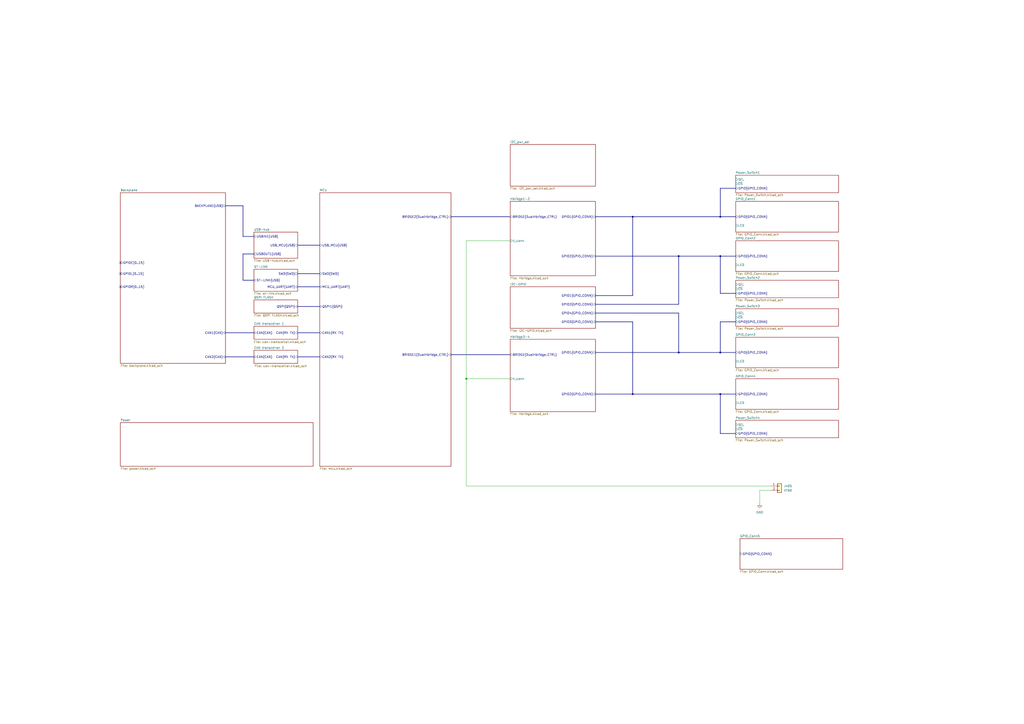
<source format=kicad_sch>
(kicad_sch (version 20250114) (generator "eeschema") (generator_version "9.0")
  (paper "A2")
  (title_block (title "ModuCard BM STM32H562VGT6") (date "2025-04-18") (rev "1.1.1") (company "KoNaR") (comment 1 "Base project authors: Dominik Pluta, Artem Horiunov") (comment 2 "Project author: <author>"))
  (lib_symbols
    (symbol "Connector_Generic:Conn_01x02" (pin_names (offset 1.016) (hide yes))
      (property "Reference" "J" (at 0 2.54 0))
      (property "Value" "Conn_01x02" (at 0 -5.08 0))
      (symbol "Conn_01x02_1_1"
        (rectangle (start -1.27 1.27) (end 1.27 -3.81) (stroke (width 0.254)) (fill (type background)))
        (rectangle (start -1.27 0.127) (end 0 -0.127) (stroke (width 0.1524)))
        (rectangle (start -1.27 -2.413) (end 0 -2.667) (stroke (width 0.1524)))
        (pin passive line (at -5.08 0 0) (length 3.81) (name "Pin_1") (number "1"))
        (pin passive line (at -5.08 -2.54 0) (length 3.81) (name "Pin_2") (number "2"))
      )
    )
    (symbol "power:GND" (power) (pin_numbers (hide yes)) (pin_names (offset 0) (hide yes))
      (property "Value" "GND" (at 0 -3.81 0))
      (symbol "GND_0_1"
        (polyline (pts (xy 0 0) (xy 0 -1.27) (xy 1.27 -1.27) (xy 0 -2.54) (xy -1.27 -1.27) (xy 0 -1.27)))
      )
      (symbol "GND_1_1"
        (pin power_in line (at 0 0 270) (length 0) (name "~") (number "1"))
      )
    )
  )
  (bus_alias "CAN" (members "+" "-"))
  (bus_alias "DualHbridge_CTRL" (members "IN1" "IN2" "IN3" "IN4" "EN1" "EN2" "EN3" "EN4" "NFAULT" "NSLEEP" "NRST"))
  (junction (at 417.83 228.6))
  (junction (at 367.03 125.73))
  (junction (at 417.83 204.47))
  (junction (at 417.83 125.73))
  (junction (at 417.83 148.59))
  (junction (at 393.7 148.59))
  (junction (at 393.7 204.47))
  (junction (at 367.03 228.6))
  (junction (at 270.51 219.71))
  (no_connect (at 69.85 152.4))
  (no_connect (at 69.85 158.75))
  (no_connect (at 69.85 166.37))
  (bus (pts (xy 345.44 176.53) (xy 393.7 176.53)))
  (bus (pts (xy 345.44 125.73) (xy 367.03 125.73)))
  (bus (pts (xy 147.32 147.32) (xy 140.97 147.32)))
  (bus (pts (xy 130.81 193.04) (xy 147.32 193.04)))
  (bus (pts (xy 172.72 142.24) (xy 185.42 142.24)))
  (bus (pts (xy 426.72 170.18) (xy 417.83 170.18)))
  (wire (pts (xy 295.91 139.7) (xy 270.51 139.7)))
  (bus (pts (xy 261.62 125.73) (xy 295.91 125.73)))
  (bus (pts (xy 261.62 205.74) (xy 295.91 205.74)))
  (bus (pts (xy 417.83 204.47) (xy 426.72 204.47)))
  (bus (pts (xy 345.44 181.61) (xy 393.7 181.61)))
  (wire (pts (xy 270.51 139.7) (xy 270.51 219.71)))
  (bus (pts (xy 345.44 186.69) (xy 367.03 186.69)))
  (bus (pts (xy 345.44 171.45) (xy 367.03 171.45)))
  (bus (pts (xy 393.7 148.59) (xy 393.7 176.53)))
  (wire (pts (xy 270.51 219.71) (xy 295.91 219.71)))
  (bus (pts (xy 130.81 119.38) (xy 140.97 119.38)))
  (wire (pts (xy 447.04 281.94) (xy 270.51 281.94)))
  (bus (pts (xy 417.83 186.69) (xy 417.83 204.47)))
  (bus (pts (xy 426.72 109.22) (xy 417.83 109.22)))
  (bus (pts (xy 172.72 166.37) (xy 185.42 166.37)))
  (bus (pts (xy 367.03 125.73) (xy 417.83 125.73)))
  (bus (pts (xy 345.44 228.6) (xy 367.03 228.6)))
  (bus (pts (xy 367.03 186.69) (xy 367.03 228.6)))
  (bus (pts (xy 417.83 109.22) (xy 417.83 125.73)))
  (bus (pts (xy 172.72 207.01) (xy 185.42 207.01)))
  (bus (pts (xy 417.83 228.6) (xy 426.72 228.6)))
  (bus (pts (xy 393.7 148.59) (xy 417.83 148.59)))
  (bus (pts (xy 426.72 251.46) (xy 417.83 251.46)))
  (bus (pts (xy 367.03 228.6) (xy 417.83 228.6)))
  (bus (pts (xy 417.83 170.18) (xy 417.83 148.59)))
  (bus (pts (xy 417.83 251.46) (xy 417.83 228.6)))
  (wire (pts (xy 270.51 281.94) (xy 270.51 219.71)))
  (bus (pts (xy 417.83 125.73) (xy 426.72 125.73)))
  (bus (pts (xy 345.44 148.59) (xy 393.7 148.59)))
  (bus (pts (xy 172.72 177.8) (xy 185.42 177.8)))
  (bus (pts (xy 426.72 186.69) (xy 417.83 186.69)))
  (bus (pts (xy 140.97 162.56) (xy 147.32 162.56)))
  (bus (pts (xy 130.81 207.01) (xy 147.32 207.01)))
  (bus (pts (xy 345.44 204.47) (xy 393.7 204.47)))
  (bus (pts (xy 393.7 204.47) (xy 417.83 204.47)))
  (bus (pts (xy 393.7 181.61) (xy 393.7 204.47)))
  (bus (pts (xy 140.97 119.38) (xy 140.97 137.16)))
  (bus (pts (xy 140.97 137.16) (xy 147.32 137.16)))
  (wire (pts (xy 440.69 284.48) (xy 440.69 292.1)))
  (bus (pts (xy 417.83 148.59) (xy 426.72 148.59)))
  (bus (pts (xy 172.72 158.75) (xy 185.42 158.75)))
  (bus (pts (xy 172.72 193.04) (xy 185.42 193.04)))
  (bus (pts (xy 140.97 147.32) (xy 140.97 162.56)))
  (bus (pts (xy 367.03 125.73) (xy 367.03 171.45)))
  (wire (pts (xy 447.04 284.48) (xy 440.69 284.48)))
  (symbol (lib_id "Connector_Generic:Conn_01x02") (at 452.12 281.94 0) (unit 1)
    (property "Reference" "J405" (at 454.66 281.9399 0) (effects (justify left)))
    (property "Value" "XT60" (at 454.66 284.4799 0) (effects (justify left)))
    (property "Footprint" "XT60-RightAngle:XT60-RightAngle-Adapter" (effects (hide yes)))
    (property "Description" "Generic connector, single row, 01x02, script generated (kicad-library-utils/schlib/autogen/connector/)" (effects (hide yes)))
  )
  (symbol (lib_id "power:GND") (at 440.69 292.1 0) (unit 1)
    (property "Reference" "#PWR0492" (effects (hide yes)))
    (property "Value" "GND" (at 440.69 297.18 0))
    (property "Description" "Power symbol creates a global label with name \"GND\" , ground" (effects (hide yes)))
  )
  (sheet (at 147.32 203.2) (size 25.4 7.62) (stroke (width 0.1524))
    (property "Sheetname" "CAN transceiver 2" (at 147.32 202.4884 0) (effects (justify left bottom)))
    (property "Sheetfile" "can-transceiver.kicad_sch" (at 147.574 211.582 0) (effects (justify left top)))
    (pin "CAN{RX TX}" input (at 172.72 207.01 0))
    (pin "CAN{CAN}" bidirectional (at 147.32 207.01 180))
  )
  (sheet (at 295.91 116.84) (size 49.53 43.18) (stroke (width 0.1524))
    (property "Sheetname" "Hbridge1-2" (at 295.91 116.1284 0) (effects (justify left bottom)))
    (property "Sheetfile" "Hbridge.kicad_sch" (at 295.91 160.6046 0) (effects (justify left top)))
    (pin "V_conn" input (at 295.91 139.7 180))
    (pin "BRIDGE{DualHbridge_CTRL}" input (at 295.91 125.73 180))
    (pin "GPIO1{GPIO_CONN}" input (at 345.44 125.73 0))
    (pin "GPIO2{GPIO_CONN}" input (at 345.44 148.59 0))
  )
  (sheet (at 426.72 243.84) (size 59.69 10.16) (stroke (width 0.1524))
    (property "Sheetname" "Power_Switch4" (at 426.72 243.1284 0) (effects (justify left bottom)))
    (property "Sheetfile" "Power_Switch.kicad_sch" (at 426.72 254.5846 0) (effects (justify left top)))
    (pin "SEL" input (at 426.72 246.38 180))
    (pin "~{EN}" input (at 426.72 248.92 180))
    (pin "GPIO{GPIO_CONN}" input (at 426.72 251.46 180))
  )
  (sheet (at 426.72 116.84) (size 59.69 17.78) (stroke (width 0.1524))
    (property "Sheetname" "GPIO_Conn1" (at 426.72 116.1284 0) (effects (justify left bottom)))
    (property "Sheetfile" "GPIO_Conn.kicad_sch" (at 426.72 135.2046 0) (effects (justify left top)))
    (pin "GPIO{GPIO_CONN}" input (at 426.72 125.73 180))
    (pin "LED" input (at 426.72 130.81 180))
  )
  (sheet (at 69.85 245.11) (size 111.76 25.4) (stroke (width 0.1524))
    (property "Sheetname" "Power" (at 69.85 244.3984 0) (effects (justify left bottom)))
    (property "Sheetfile" "power.kicad_sch" (at 69.85 271.0946 0) (effects (justify left top)))
  )
  (sheet (at 147.32 189.23) (size 25.4 7.62) (stroke (width 0.1524))
    (property "Sheetname" "CAN transceiver 1" (at 147.32 188.5184 0) (effects (justify left bottom)))
    (property "Sheetfile" "can-transceiver.kicad_sch" (at 147.066 197.612 0) (effects (justify left top)))
    (pin "CAN{RX TX}" input (at 172.72 193.04 0))
    (pin "CAN{CAN}" bidirectional (at 147.32 193.04 180))
  )
  (sheet (at 426.72 195.58) (size 59.69 17.78) (stroke (width 0.1524))
    (property "Sheetname" "GPIO_Conn3" (at 426.72 194.8684 0) (effects (justify left bottom)))
    (property "Sheetfile" "GPIO_Conn.kicad_sch" (at 426.72 213.9446 0) (effects (justify left top)))
    (pin "GPIO{GPIO_CONN}" input (at 426.72 204.47 180))
    (pin "LED" input (at 426.72 209.55 180))
  )
  (sheet (at 426.72 219.71) (size 59.69 17.78) (stroke (width 0.1524))
    (property "Sheetname" "GPIO_Conn4" (at 426.72 218.9984 0) (effects (justify left bottom)))
    (property "Sheetfile" "GPIO_Conn.kicad_sch" (at 426.72 238.0746 0) (effects (justify left top)))
    (pin "GPIO{GPIO_CONN}" input (at 426.72 228.6 180))
    (pin "LED" input (at 426.72 233.68 180))
  )
  (sheet (at 426.72 101.6) (size 59.69 10.16) (stroke (width 0.1524))
    (property "Sheetname" "Power_Switch1" (at 426.72 100.8884 0) (effects (justify left bottom)))
    (property "Sheetfile" "Power_Switch.kicad_sch" (at 426.72 112.3446 0) (effects (justify left top)))
    (pin "SEL" input (at 426.72 104.14 180))
    (pin "~{EN}" input (at 426.72 106.68 180))
    (pin "GPIO{GPIO_CONN}" input (at 426.72 109.22 180))
  )
  (sheet (at 426.72 179.07) (size 59.69 10.16) (stroke (width 0.1524))
    (property "Sheetname" "Power_Switch3" (at 426.72 178.3584 0) (effects (justify left bottom)))
    (property "Sheetfile" "Power_Switch.kicad_sch" (at 426.72 189.8146 0) (effects (justify left top)))
    (pin "SEL" input (at 426.72 181.61 180))
    (pin "~{EN}" input (at 426.72 184.15 180))
    (pin "GPIO{GPIO_CONN}" input (at 426.72 186.69 180))
  )
  (sheet (at 426.72 162.56) (size 59.69 10.16) (stroke (width 0.1524))
    (property "Sheetname" "Power_Switch2" (at 426.72 161.8484 0) (effects (justify left bottom)))
    (property "Sheetfile" "Power_Switch.kicad_sch" (at 426.72 173.3046 0) (effects (justify left top)))
    (pin "SEL" input (at 426.72 165.1 180))
    (pin "~{EN}" input (at 426.72 167.64 180))
    (pin "GPIO{GPIO_CONN}" input (at 426.72 170.18 180))
  )
  (sheet (at 295.91 166.37) (size 49.53 24.13) (stroke (width 0.1524))
    (property "Sheetname" "I2C-GPIO" (at 295.91 165.6584 0) (effects (justify left bottom)))
    (property "Sheetfile" "I2C-GPIO.kicad_sch" (at 295.91 191.0846 0) (effects (justify left top)))
    (pin "GPIO1{GPIO_CONN}" input (at 345.44 171.45 0))
    (pin "GPIO2{GPIO_CONN}" input (at 345.44 176.53 0))
    (pin "GPIO4{GPIO_CONN}" input (at 345.44 181.61 0))
    (pin "GPIO3{GPIO_CONN}" input (at 345.44 186.69 0))
  )
  (sheet (at 185.42 111.76) (size 76.2 158.75) (stroke (width 0.1524))
    (property "Sheetname" "MCU" (at 185.42 111.0484 0) (effects (justify left bottom)))
    (property "Sheetfile" "mcu.kicad_sch" (at 185.42 271.0946 0) (effects (justify left top)))
    (pin "QSPI1{QSPI}" bidirectional (at 185.42 177.8 180))
    (pin "CAN2{RX TX}" input (at 185.42 207.01 180))
    (pin "CAN1{RX TX}" input (at 185.42 193.04 180))
    (pin "SWD{SWD}" input (at 185.42 158.75 180))
    (pin "USB_MCU{USB}" input (at 185.42 142.24 180))
    (pin "MCU_UART{UART}" bidirectional (at 185.42 166.37 180))
    (pin "BRIDGE2{DualHbridge_CTRL}" input (at 261.62 125.73 0))
    (pin "BRIDGE1{DualHbridge_CTRL}" input (at 261.62 205.74 0))
  )
  (sheet (at 147.32 134.62) (size 25.4 15.24) (stroke (width 0.1524))
    (property "Sheetname" "USB-hub" (at 147.32 133.9084 0) (effects (justify left bottom)))
    (property "Sheetfile" "USB-hub.kicad_sch" (at 147.32 150.4446 0) (effects (justify left top)))
    (pin "USBIN1{USB}" input (at 147.32 137.16 180))
    (pin "USBOUT1{USB}" output (at 147.32 147.32 180))
    (pin "USB_MCU{USB}" input (at 172.72 142.24 0))
  )
  (sheet (at 295.91 196.85) (size 49.53 41.91) (stroke (width 0.1524))
    (property "Sheetname" "Hbridge3-4" (at 295.91 196.1384 0) (effects (justify left bottom)))
    (property "Sheetfile" "Hbridge.kicad_sch" (at 295.91 239.3446 0) (effects (justify left top)))
    (pin "V_conn" input (at 295.91 219.71 180))
    (pin "BRIDGE{DualHbridge_CTRL}" input (at 295.91 205.74 180))
    (pin "GPIO1{GPIO_CONN}" input (at 345.44 204.47 0))
    (pin "GPIO2{GPIO_CONN}" input (at 345.44 228.6 0))
  )
  (sheet (at 429.26 312.42) (size 59.69 17.78) (stroke (width 0.1524))
    (property "Sheetname" "GPIO_Conn5" (at 429.26 311.7084 0) (effects (justify left bottom)))
    (property "Sheetfile" "GPIO_Conn.kicad_sch" (at 429.26 330.7846 0) (effects (justify left top)))
    (pin "GPIO{GPIO_CONN}" input (at 429.26 321.31 180))
  )
  (sheet (at 295.91 83.82) (size 49.53 24.13) (stroke (width 0.1524))
    (property "Sheetname" "I2C_pwr_sel" (at 295.91 83.1084 0) (effects (justify left bottom)))
    (property "Sheetfile" "I2C_pwr_sel.kicad_sch" (at 295.91 108.5346 0) (effects (justify left top)))
  )
  (sheet (at 147.32 173.99) (size 25.4 7.62) (stroke (width 0.1524))
    (property "Sheetname" "QSPI FLASH" (at 147.32 173.2784 0) (effects (justify left bottom)))
    (property "Sheetfile" "QSPI FLASH.kicad_sch" (at 147.32 182.1946 0) (effects (justify left top)))
    (pin "QSPI{QSPI}" bidirectional (at 172.72 177.8 0))
  )
  (sheet (at 147.32 156.21) (size 25.4 12.7) (stroke (width 0.1524))
    (property "Sheetname" "ST-LINK" (at 147.32 155.4984 0) (effects (justify left bottom)))
    (property "Sheetfile" "st-link.kicad_sch" (at 147.32 169.4946 0) (effects (justify left top)))
    (pin "ST-LINK{USB}" input (at 147.32 162.56 180))
    (pin "SWD{SWD}" output (at 172.72 158.75 0))
    (pin "MCU_UART{UART}" bidirectional (at 172.72 166.37 0))
  )
  (sheet (at 426.72 139.7) (size 59.69 17.78) (stroke (width 0.1524))
    (property "Sheetname" "GPIO_Conn2" (at 426.72 138.9884 0) (effects (justify left bottom)))
    (property "Sheetfile" "GPIO_Conn.kicad_sch" (at 426.72 158.0646 0) (effects (justify left top)))
    (pin "GPIO{GPIO_CONN}" input (at 426.72 148.59 180))
    (pin "LED" input (at 426.72 153.67 180))
  )
  (sheet (at 69.85 111.76) (size 60.96 99.06) (stroke (width 0.1524))
    (property "Sheetname" "Backplane" (at 69.85 111.0484 0) (effects (justify left bottom)))
    (property "Sheetfile" "backplane.kicad_sch" (at 69.85 211.4046 0) (effects (justify left top)))
    (pin "GPIOC[0..15]" input (at 69.85 152.4 180))
    (pin "GPIOL[0..15]" input (at 69.85 158.75 180))
    (pin "GPIOR[0..15]" input (at 69.85 166.37 180))
    (pin "CAN1{CAN}" bidirectional (at 130.81 193.04 0))
    (pin "CAN2{CAN}" bidirectional (at 130.81 207.01 0))
    (pin "BACKPLANE{USB}" output (at 130.81 119.38 0))
  )
)
</source>
